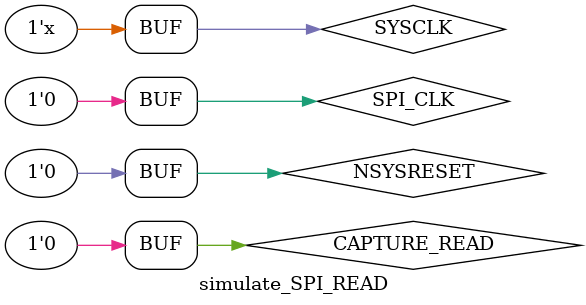
<source format=v>

`timescale 1ns/10ps

module simulate_SPI_READ;

parameter SYSCLK_PERIOD = 25;// 40MHZ

reg SYSCLK;
reg NSYSRESET;

//My definitions
reg CAPTURE_READ;
reg SPI_CLK;

//wire [19:0] SRAM_ADDR;
wire SPI_MISO;
//wire READ_COMPLETE;

initial
begin
    SYSCLK = 1'b0;
    NSYSRESET = 1'b1;
    SPI_CLK = 1'b0;
    CAPTURE_READ = 1'b0;
end

//////////////////////////////////////////////////////////////////////
// Reset Pulse
//////////////////////////////////////////////////////////////////////
initial
begin
    #(SYSCLK_PERIOD * 10 )
        NSYSRESET = 1'b0;
end


//////////////////////////////////////////////////////////////////////
// Clock Driver
//////////////////////////////////////////////////////////////////////
always @(SYSCLK)
    #(SYSCLK_PERIOD / 2.0) SYSCLK <= !SYSCLK;


//////////////////////////////////////////////////////////////////////
// Instantiate Unit Under Test:  mem_test
//////////////////////////////////////////////////////////////////////
VHDL_FRAMEBUFFER VHDL_FRAMEBUFFER_0 (
    // Inputs
    .RESET(NSYSRESET),
    .SPI_CLK(SPI_CLK),
    .CAPTURE_READ(CAPTURE_READ),

    // Outputs
    .SPI_MISO(SPI_MISO)
 //   .SRAM_ADDR(SRAM_ADDR),
 //   .READ_COMPLETE(READ_COMPLETE)

    // Inouts

);

//////////////////////////////////////////////////////////////////////
// Stimulus
//////////////////////////////////////////////////////////////////////
initial
begin
#10
CAPTURE_READ = 1'b1;
NSYSRESET = 1'b0;
#20
repeat(16) #12.5 SPI_CLK=~SPI_CLK;
#20
CAPTURE_READ = 1'b0;
repeat(144) #12.5 SPI_CLK=~SPI_CLK;

end

endmodule


</source>
